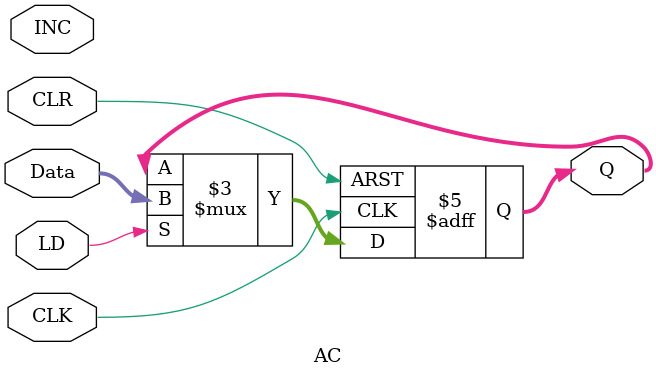
<source format=v>

module AC(

  output reg [15:0] Q,
  input      [15:0] Data,
  input      INC, LD, CLK, CLR
  );
  
  always @(posedge CLK or posedge CLR)
    begin
      if (CLR)
        Q = 16'b0;
      else if (LD)
        Q = Data;
    end  
    

endmodule

</source>
